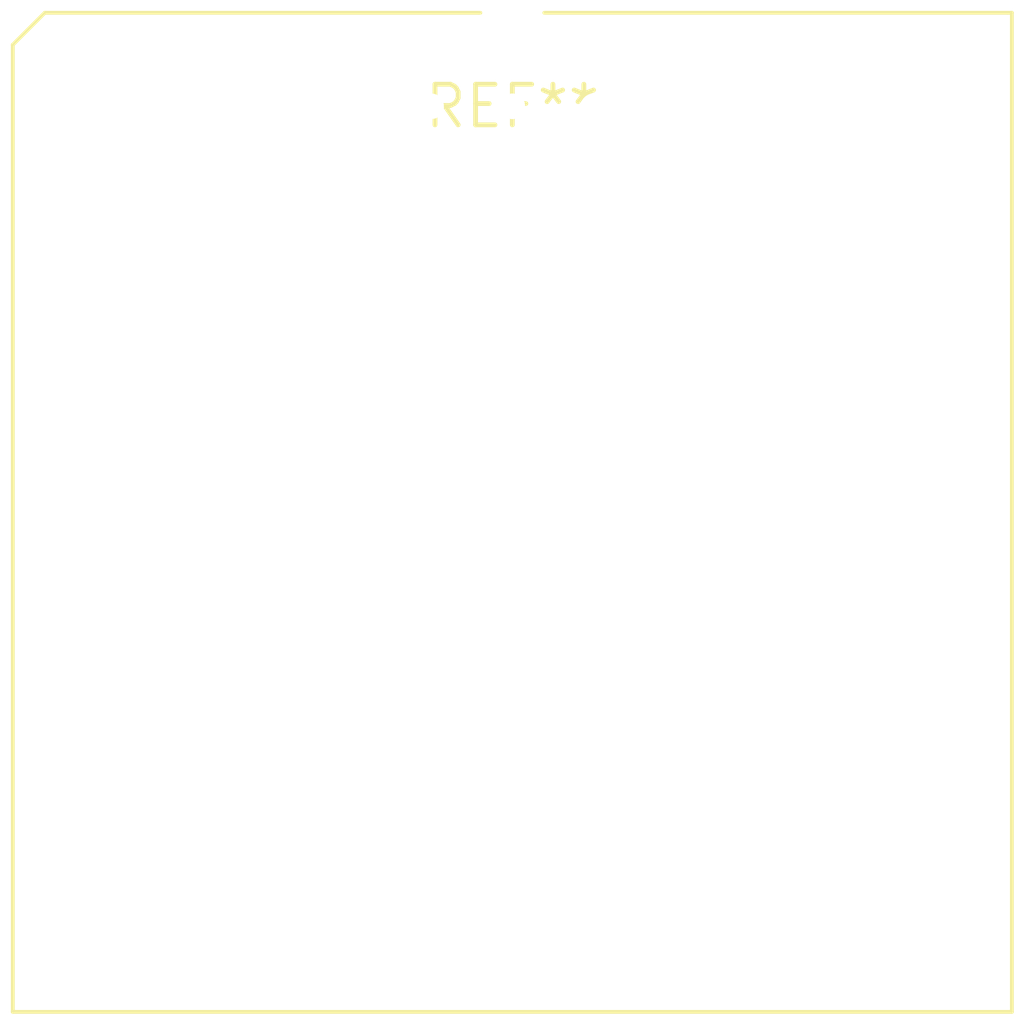
<source format=kicad_pcb>
(kicad_pcb (version 20240108) (generator pcbnew)
  (layers (0 "F.Cu" signal) (31 "B.Cu" signal) (34 "B.Paste" user) (35 "F.Paste" user) (36 "B.SilkS" user "B.Silkscreen") (37 "F.SilkS" user "F.Silkscreen") (38 "B.Mask" user) (39 "F.Mask" user) (44 "Edge.Cuts" user))
  (net 0 "")
  (footprint "PLCC-68_THT-Socket" (layer "F.Cu") (at 0 0)
    (property "Reference" "REF**")
    (property "Value" "PLCC-68_THT-Socket")
    (fp_line (start -15.625 -1.925) (end -15.625 28.325) (layer "F.SilkS") (stroke (width 0.12)))
    (fp_line (start -15.625 28.325) (end 15.625 28.325) (layer "F.SilkS") (stroke (width 0.12)))
    (fp_line (start -14.625 -2.925) (end -15.625 -1.925) (layer "F.SilkS") (stroke (width 0.12)))
    (fp_line (start -1 -2.925) (end -14.625 -2.925) (layer "F.SilkS") (stroke (width 0.12)))
    (fp_line (start 15.625 -2.925) (end 1 -2.925) (layer "F.SilkS") (stroke (width 0.12)))
    (fp_line (start 15.625 28.325) (end 15.625 -2.925) (layer "F.SilkS") (stroke (width 0.12)))
    (pad "1" thru_hole rect (at 0 0) (size 1.4224 1.4224) (drill 0.8) (layers *.Cu *.Mask) (remove_unused_layers))
    (pad "2" thru_hole circle (at 0 2.54) (size 1.4224 1.4224) (drill 0.8) (layers *.Cu *.Mask) (remove_unused_layers))
    (pad "3" thru_hole circle (at -2.54 0) (size 1.4224 1.4224) (drill 0.8) (layers *.Cu *.Mask) (remove_unused_layers))
    (pad "4" thru_hole circle (at -2.54 2.54) (size 1.4224 1.4224) (drill 0.8) (layers *.Cu *.Mask) (remove_unused_layers))
    (pad "5" thru_hole circle (at -5.08 0) (size 1.4224 1.4224) (drill 0.8) (layers *.Cu *.Mask) (remove_unused_layers))
    (pad "6" thru_hole circle (at -5.08 2.54) (size 1.4224 1.4224) (drill 0.8) (layers *.Cu *.Mask) (remove_unused_layers))
    (pad "7" thru_hole circle (at -7.62 0) (size 1.4224 1.4224) (drill 0.8) (layers *.Cu *.Mask) (remove_unused_layers))
    (pad "8" thru_hole circle (at -7.62 2.54) (size 1.4224 1.4224) (drill 0.8) (layers *.Cu *.Mask) (remove_unused_layers))
    (pad "9" thru_hole circle (at -10.16 0) (size 1.4224 1.4224) (drill 0.8) (layers *.Cu *.Mask) (remove_unused_layers))
    (pad "10" thru_hole circle (at -12.7 2.54) (size 1.4224 1.4224) (drill 0.8) (layers *.Cu *.Mask) (remove_unused_layers))
    (pad "11" thru_hole circle (at -10.16 2.54) (size 1.4224 1.4224) (drill 0.8) (layers *.Cu *.Mask) (remove_unused_layers))
    (pad "12" thru_hole circle (at -12.7 5.08) (size 1.4224 1.4224) (drill 0.8) (layers *.Cu *.Mask) (remove_unused_layers))
    (pad "13" thru_hole circle (at -10.16 5.08) (size 1.4224 1.4224) (drill 0.8) (layers *.Cu *.Mask) (remove_unused_layers))
    (pad "14" thru_hole circle (at -12.7 7.62) (size 1.4224 1.4224) (drill 0.8) (layers *.Cu *.Mask) (remove_unused_layers))
    (pad "15" thru_hole circle (at -10.16 7.62) (size 1.4224 1.4224) (drill 0.8) (layers *.Cu *.Mask) (remove_unused_layers))
    (pad "16" thru_hole circle (at -12.7 10.16) (size 1.4224 1.4224) (drill 0.8) (layers *.Cu *.Mask) (remove_unused_layers))
    (pad "17" thru_hole circle (at -10.16 10.16) (size 1.4224 1.4224) (drill 0.8) (layers *.Cu *.Mask) (remove_unused_layers))
    (pad "18" thru_hole circle (at -12.7 12.7) (size 1.4224 1.4224) (drill 0.8) (layers *.Cu *.Mask) (remove_unused_layers))
    (pad "19" thru_hole circle (at -10.16 12.7) (size 1.4224 1.4224) (drill 0.8) (layers *.Cu *.Mask) (remove_unused_layers))
    (pad "20" thru_hole circle (at -12.7 15.24) (size 1.4224 1.4224) (drill 0.8) (layers *.Cu *.Mask) (remove_unused_layers))
    (pad "21" thru_hole circle (at -10.16 15.24) (size 1.4224 1.4224) (drill 0.8) (layers *.Cu *.Mask) (remove_unused_layers))
    (pad "22" thru_hole circle (at -12.7 17.78) (size 1.4224 1.4224) (drill 0.8) (layers *.Cu *.Mask) (remove_unused_layers))
    (pad "23" thru_hole circle (at -10.16 17.78) (size 1.4224 1.4224) (drill 0.8) (layers *.Cu *.Mask) (remove_unused_layers))
    (pad "24" thru_hole circle (at -12.7 20.32) (size 1.4224 1.4224) (drill 0.8) (layers *.Cu *.Mask) (remove_unused_layers))
    (pad "25" thru_hole circle (at -10.16 20.32) (size 1.4224 1.4224) (drill 0.8) (layers *.Cu *.Mask) (remove_unused_layers))
    (pad "26" thru_hole circle (at -12.7 22.86) (size 1.4224 1.4224) (drill 0.8) (layers *.Cu *.Mask) (remove_unused_layers))
    (pad "27" thru_hole circle (at -10.16 25.4) (size 1.4224 1.4224) (drill 0.8) (layers *.Cu *.Mask) (remove_unused_layers))
    (pad "28" thru_hole circle (at -10.16 22.86) (size 1.4224 1.4224) (drill 0.8) (layers *.Cu *.Mask) (remove_unused_layers))
    (pad "29" thru_hole circle (at -7.62 25.4) (size 1.4224 1.4224) (drill 0.8) (layers *.Cu *.Mask) (remove_unused_layers))
    (pad "30" thru_hole circle (at -7.62 22.86) (size 1.4224 1.4224) (drill 0.8) (layers *.Cu *.Mask) (remove_unused_layers))
    (pad "31" thru_hole circle (at -5.08 25.4) (size 1.4224 1.4224) (drill 0.8) (layers *.Cu *.Mask) (remove_unused_layers))
    (pad "32" thru_hole circle (at -5.08 22.86) (size 1.4224 1.4224) (drill 0.8) (layers *.Cu *.Mask) (remove_unused_layers))
    (pad "33" thru_hole circle (at -2.54 25.4) (size 1.4224 1.4224) (drill 0.8) (layers *.Cu *.Mask) (remove_unused_layers))
    (pad "34" thru_hole circle (at -2.54 22.86) (size 1.4224 1.4224) (drill 0.8) (layers *.Cu *.Mask) (remove_unused_layers))
    (pad "35" thru_hole circle (at 0 25.4) (size 1.4224 1.4224) (drill 0.8) (layers *.Cu *.Mask) (remove_unused_layers))
    (pad "36" thru_hole circle (at 0 22.86) (size 1.4224 1.4224) (drill 0.8) (layers *.Cu *.Mask) (remove_unused_layers))
    (pad "37" thru_hole circle (at 2.54 25.4) (size 1.4224 1.4224) (drill 0.8) (layers *.Cu *.Mask) (remove_unused_layers))
    (pad "38" thru_hole circle (at 2.54 22.86) (size 1.4224 1.4224) (drill 0.8) (layers *.Cu *.Mask) (remove_unused_layers))
    (pad "39" thru_hole circle (at 5.08 25.4) (size 1.4224 1.4224) (drill 0.8) (layers *.Cu *.Mask) (remove_unused_layers))
    (pad "40" thru_hole circle (at 5.08 22.86) (size 1.4224 1.4224) (drill 0.8) (layers *.Cu *.Mask) (remove_unused_layers))
    (pad "41" thru_hole circle (at 7.62 25.4) (size 1.4224 1.4224) (drill 0.8) (layers *.Cu *.Mask) (remove_unused_layers))
    (pad "42" thru_hole circle (at 7.62 22.86) (size 1.4224 1.4224) (drill 0.8) (layers *.Cu *.Mask) (remove_unused_layers))
    (pad "43" thru_hole circle (at 10.16 25.4) (size 1.4224 1.4224) (drill 0.8) (layers *.Cu *.Mask) (remove_unused_layers))
    (pad "44" thru_hole circle (at 12.7 22.86) (size 1.4224 1.4224) (drill 0.8) (layers *.Cu *.Mask) (remove_unused_layers))
    (pad "45" thru_hole circle (at 10.16 22.86) (size 1.4224 1.4224) (drill 0.8) (layers *.Cu *.Mask) (remove_unused_layers))
    (pad "46" thru_hole circle (at 12.7 20.32) (size 1.4224 1.4224) (drill 0.8) (layers *.Cu *.Mask) (remove_unused_layers))
    (pad "47" thru_hole circle (at 10.16 20.32) (size 1.4224 1.4224) (drill 0.8) (layers *.Cu *.Mask) (remove_unused_layers))
    (pad "48" thru_hole circle (at 12.7 17.78) (size 1.4224 1.4224) (drill 0.8) (layers *.Cu *.Mask) (remove_unused_layers))
    (pad "49" thru_hole circle (at 10.16 17.78) (size 1.4224 1.4224) (drill 0.8) (layers *.Cu *.Mask) (remove_unused_layers))
    (pad "50" thru_hole circle (at 12.7 15.24) (size 1.4224 1.4224) (drill 0.8) (layers *.Cu *.Mask) (remove_unused_layers))
    (pad "51" thru_hole circle (at 10.16 15.24) (size 1.4224 1.4224) (drill 0.8) (layers *.Cu *.Mask) (remove_unused_layers))
    (pad "52" thru_hole circle (at 12.7 12.7) (size 1.4224 1.4224) (drill 0.8) (layers *.Cu *.Mask) (remove_unused_layers))
    (pad "53" thru_hole circle (at 10.16 12.7) (size 1.4224 1.4224) (drill 0.8) (layers *.Cu *.Mask) (remove_unused_layers))
    (pad "54" thru_hole circle (at 12.7 10.16) (size 1.4224 1.4224) (drill 0.8) (layers *.Cu *.Mask) (remove_unused_layers))
    (pad "55" thru_hole circle (at 10.16 10.16) (size 1.4224 1.4224) (drill 0.8) (layers *.Cu *.Mask) (remove_unused_layers))
    (pad "56" thru_hole circle (at 12.7 7.62) (size 1.4224 1.4224) (drill 0.8) (layers *.Cu *.Mask) (remove_unused_layers))
    (pad "57" thru_hole circle (at 10.16 7.62) (size 1.4224 1.4224) (drill 0.8) (layers *.Cu *.Mask) (remove_unused_layers))
    (pad "58" thru_hole circle (at 12.7 5.08) (size 1.4224 1.4224) (drill 0.8) (layers *.Cu *.Mask) (remove_unused_layers))
    (pad "59" thru_hole circle (at 10.16 5.08) (size 1.4224 1.4224) (drill 0.8) (layers *.Cu *.Mask) (remove_unused_layers))
    (pad "60" thru_hole circle (at 12.7 2.54) (size 1.4224 1.4224) (drill 0.8) (layers *.Cu *.Mask) (remove_unused_layers))
    (pad "61" thru_hole circle (at 10.16 0) (size 1.4224 1.4224) (drill 0.8) (layers *.Cu *.Mask) (remove_unused_layers))
    (pad "62" thru_hole circle (at 10.16 2.54) (size 1.4224 1.4224) (drill 0.8) (layers *.Cu *.Mask) (remove_unused_layers))
    (pad "63" thru_hole circle (at 7.62 0) (size 1.4224 1.4224) (drill 0.8) (layers *.Cu *.Mask) (remove_unused_layers))
    (pad "64" thru_hole circle (at 7.62 2.54) (size 1.4224 1.4224) (drill 0.8) (layers *.Cu *.Mask) (remove_unused_layers))
    (pad "65" thru_hole circle (at 5.08 0) (size 1.4224 1.4224) (drill 0.8) (layers *.Cu *.Mask) (remove_unused_layers))
    (pad "66" thru_hole circle (at 5.08 2.54) (size 1.4224 1.4224) (drill 0.8) (layers *.Cu *.Mask) (remove_unused_layers))
    (pad "67" thru_hole circle (at 2.54 0) (size 1.4224 1.4224) (drill 0.8) (layers *.Cu *.Mask) (remove_unused_layers))
    (pad "68" thru_hole circle (at 2.54 2.54) (size 1.4224 1.4224) (drill 0.8) (layers *.Cu *.Mask) (remove_unused_layers))
  )
)
</source>
